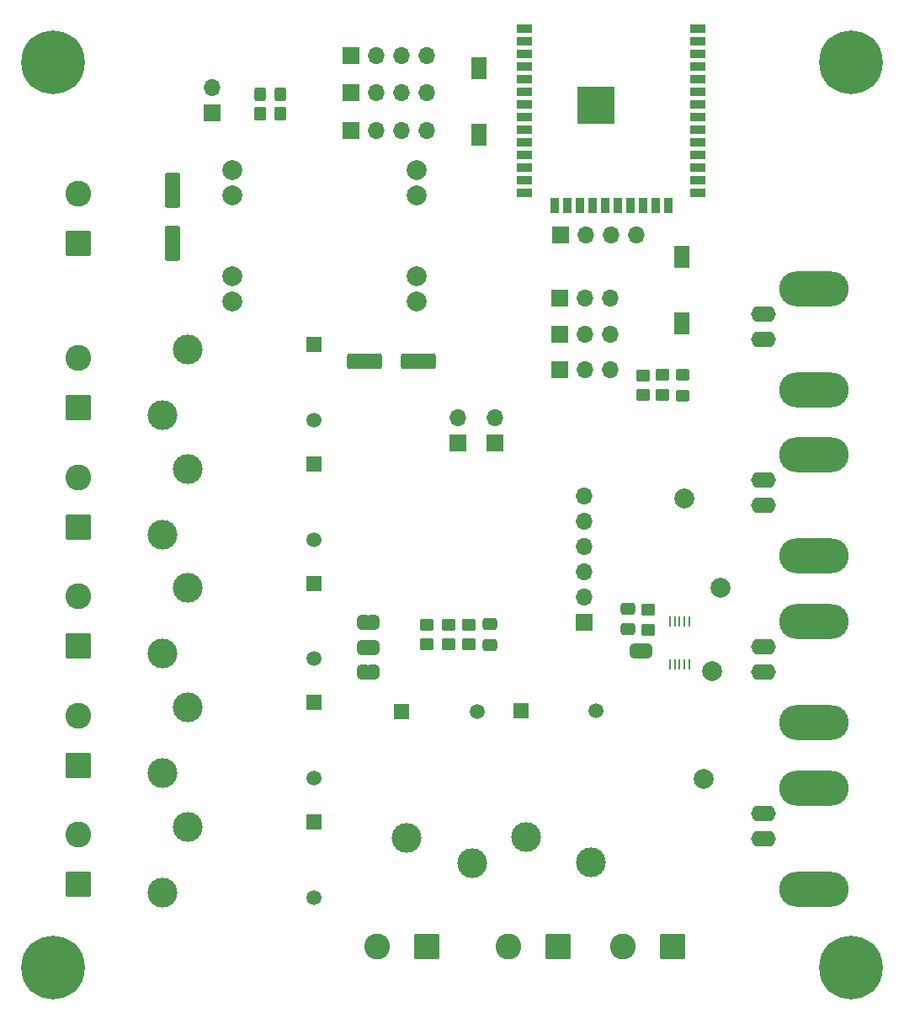
<source format=gbr>
%TF.GenerationSoftware,KiCad,Pcbnew,9.0.0*%
%TF.CreationDate,2025-03-11T10:11:04+01:00*%
%TF.ProjectId,PCB_Watersysteem,5043425f-5761-4746-9572-737973746565,rev?*%
%TF.SameCoordinates,Original*%
%TF.FileFunction,Soldermask,Top*%
%TF.FilePolarity,Negative*%
%FSLAX46Y46*%
G04 Gerber Fmt 4.6, Leading zero omitted, Abs format (unit mm)*
G04 Created by KiCad (PCBNEW 9.0.0) date 2025-03-11 10:11:04*
%MOMM*%
%LPD*%
G01*
G04 APERTURE LIST*
G04 Aperture macros list*
%AMRoundRect*
0 Rectangle with rounded corners*
0 $1 Rounding radius*
0 $2 $3 $4 $5 $6 $7 $8 $9 X,Y pos of 4 corners*
0 Add a 4 corners polygon primitive as box body*
4,1,4,$2,$3,$4,$5,$6,$7,$8,$9,$2,$3,0*
0 Add four circle primitives for the rounded corners*
1,1,$1+$1,$2,$3*
1,1,$1+$1,$4,$5*
1,1,$1+$1,$6,$7*
1,1,$1+$1,$8,$9*
0 Add four rect primitives between the rounded corners*
20,1,$1+$1,$2,$3,$4,$5,0*
20,1,$1+$1,$4,$5,$6,$7,0*
20,1,$1+$1,$6,$7,$8,$9,0*
20,1,$1+$1,$8,$9,$2,$3,0*%
%AMFreePoly0*
4,1,23,0.500000,-0.750000,0.000000,-0.750000,0.000000,-0.745722,-0.065263,-0.745722,-0.191342,-0.711940,-0.304381,-0.646677,-0.396677,-0.554381,-0.461940,-0.441342,-0.495722,-0.315263,-0.495722,-0.250000,-0.500000,-0.250000,-0.500000,0.250000,-0.495722,0.250000,-0.495722,0.315263,-0.461940,0.441342,-0.396677,0.554381,-0.304381,0.646677,-0.191342,0.711940,-0.065263,0.745722,0.000000,0.745722,
0.000000,0.750000,0.500000,0.750000,0.500000,-0.750000,0.500000,-0.750000,$1*%
%AMFreePoly1*
4,1,23,0.000000,0.745722,0.065263,0.745722,0.191342,0.711940,0.304381,0.646677,0.396677,0.554381,0.461940,0.441342,0.495722,0.315263,0.495722,0.250000,0.500000,0.250000,0.500000,-0.250000,0.495722,-0.250000,0.495722,-0.315263,0.461940,-0.441342,0.396677,-0.554381,0.304381,-0.646677,0.191342,-0.711940,0.065263,-0.745722,0.000000,-0.745722,0.000000,-0.750000,-0.500000,-0.750000,
-0.500000,0.750000,0.000000,0.750000,0.000000,0.745722,0.000000,0.745722,$1*%
G04 Aperture macros list end*
%ADD10RoundRect,0.250000X1.050000X-1.050000X1.050000X1.050000X-1.050000X1.050000X-1.050000X-1.050000X0*%
%ADD11C,2.600000*%
%ADD12R,1.700000X1.700000*%
%ADD13O,1.700000X1.700000*%
%ADD14FreePoly0,0.000000*%
%ADD15FreePoly1,0.000000*%
%ADD16R,1.500000X2.300000*%
%ADD17RoundRect,0.250000X0.350000X0.450000X-0.350000X0.450000X-0.350000X-0.450000X0.350000X-0.450000X0*%
%ADD18RoundRect,0.250000X-0.450000X0.350000X-0.450000X-0.350000X0.450000X-0.350000X0.450000X0.350000X0*%
%ADD19R,1.500000X1.500000*%
%ADD20C,3.000000*%
%ADD21C,1.500000*%
%ADD22RoundRect,0.250000X-0.475000X0.337500X-0.475000X-0.337500X0.475000X-0.337500X0.475000X0.337500X0*%
%ADD23RoundRect,0.250000X1.050000X1.050000X-1.050000X1.050000X-1.050000X-1.050000X1.050000X-1.050000X0*%
%ADD24RoundRect,0.250000X0.325000X0.450000X-0.325000X0.450000X-0.325000X-0.450000X0.325000X-0.450000X0*%
%ADD25RoundRect,0.250000X-0.450000X0.325000X-0.450000X-0.325000X0.450000X-0.325000X0.450000X0.325000X0*%
%ADD26C,3.600000*%
%ADD27C,6.400000*%
%ADD28R,0.250000X1.100000*%
%ADD29C,2.000000*%
%ADD30O,2.500000X1.600000*%
%ADD31O,7.000000X3.500000*%
%ADD32RoundRect,0.250000X-1.500000X-0.550000X1.500000X-0.550000X1.500000X0.550000X-1.500000X0.550000X0*%
%ADD33R,1.500000X0.900000*%
%ADD34R,0.900000X1.500000*%
%ADD35C,0.600000*%
%ADD36R,3.800000X3.800000*%
%ADD37RoundRect,0.250000X0.550000X-1.500000X0.550000X1.500000X-0.550000X1.500000X-0.550000X-1.500000X0*%
G04 APERTURE END LIST*
%TO.C,JP4*%
G36*
X103950000Y-112887500D02*
G01*
X104250000Y-112887500D01*
X104250000Y-114387500D01*
X103950000Y-114387500D01*
X103950000Y-112887500D01*
G37*
%TO.C,JP2*%
G36*
X76550000Y-112550000D02*
G01*
X76850000Y-112550000D01*
X76850000Y-114050000D01*
X76550000Y-114050000D01*
X76550000Y-112550000D01*
G37*
%TO.C,JP1*%
G36*
X76550000Y-110050000D02*
G01*
X76850000Y-110050000D01*
X76850000Y-111550000D01*
X76550000Y-111550000D01*
X76550000Y-110050000D01*
G37*
%TO.C,JP3*%
G36*
X76550000Y-115050000D02*
G01*
X76850000Y-115050000D01*
X76850000Y-116550000D01*
X76550000Y-116550000D01*
X76550000Y-115050000D01*
G37*
%TD*%
D10*
%TO.C,J16*%
X47498000Y-113157000D03*
D11*
X47498000Y-108157000D03*
%TD*%
D10*
%TO.C,J20*%
X47472600Y-137109200D03*
D11*
X47472600Y-132109200D03*
%TD*%
D10*
%TO.C,J12*%
X47498000Y-101189800D03*
D11*
X47498000Y-96189800D03*
%TD*%
D10*
%TO.C,J6*%
X47523400Y-89154000D03*
D11*
X47523400Y-84154000D03*
%TD*%
D10*
%TO.C,J5*%
X47523400Y-72694800D03*
D11*
X47523400Y-67694800D03*
%TD*%
D10*
%TO.C,J17*%
X47472600Y-125171200D03*
D11*
X47472600Y-120171200D03*
%TD*%
D12*
%TO.C,J11*%
X95920000Y-85400000D03*
D13*
X98460000Y-85400000D03*
X101000000Y-85400000D03*
%TD*%
D14*
%TO.C,JP4*%
X103450000Y-113637500D03*
D15*
X104750000Y-113637500D03*
%TD*%
D12*
%TO.C,J9*%
X95900000Y-81800000D03*
D13*
X98440000Y-81800000D03*
X100980000Y-81800000D03*
%TD*%
D16*
%TO.C,SW2*%
X108200000Y-74050000D03*
X108200000Y-80750000D03*
%TD*%
D17*
%TO.C,R1*%
X67800000Y-59665000D03*
X65800000Y-59665000D03*
%TD*%
D18*
%TO.C,R4*%
X104800000Y-109537500D03*
X104800000Y-111537500D03*
%TD*%
%TO.C,R6*%
X84726750Y-111000000D03*
X84726750Y-113000000D03*
%TD*%
D14*
%TO.C,JP2*%
X76050000Y-113300000D03*
D15*
X77350000Y-113300000D03*
%TD*%
D18*
%TO.C,R5*%
X82600000Y-111000000D03*
X82600000Y-113000000D03*
%TD*%
D14*
%TO.C,JP1*%
X76050000Y-110800000D03*
D15*
X77350000Y-110800000D03*
%TD*%
D19*
%TO.C,K1*%
X71180000Y-82830000D03*
D20*
X58480000Y-83330000D03*
X55940000Y-89930000D03*
D21*
X71180000Y-90430000D03*
%TD*%
D22*
%TO.C,C4*%
X88900000Y-110962500D03*
X88900000Y-113037500D03*
%TD*%
D23*
%TO.C,J22*%
X82600000Y-143400000D03*
D11*
X77600000Y-143400000D03*
%TD*%
D12*
%TO.C,J18*%
X98400000Y-110800000D03*
D13*
X98400000Y-108260000D03*
X98400000Y-105720000D03*
X98400000Y-103180000D03*
X98400000Y-100640000D03*
X98400000Y-98100000D03*
%TD*%
D23*
%TO.C,J24*%
X107300000Y-143400000D03*
D11*
X102300000Y-143400000D03*
%TD*%
D19*
%TO.C,K3*%
X71200000Y-106833333D03*
D20*
X58500000Y-107333333D03*
X55960000Y-113933333D03*
D21*
X71200000Y-114433333D03*
%TD*%
D24*
%TO.C,D1*%
X67825000Y-57665000D03*
X65775000Y-57665000D03*
%TD*%
D25*
%TO.C,D2*%
X108300000Y-85900000D03*
X108300000Y-87950000D03*
%TD*%
D26*
%TO.C,H2*%
X125250000Y-54500000D03*
D27*
X125250000Y-54500000D03*
%TD*%
D28*
%TO.C,U3*%
X107000000Y-114987500D03*
X107500000Y-114987500D03*
X108000000Y-114987500D03*
X108500000Y-114987500D03*
X109000000Y-114987500D03*
X109000000Y-110687500D03*
X108500000Y-110687500D03*
X108000000Y-110687500D03*
X107500000Y-110687500D03*
X107000000Y-110687500D03*
%TD*%
D16*
%TO.C,SW1*%
X87800000Y-55020688D03*
X87800000Y-61720688D03*
%TD*%
D12*
%TO.C,J14*%
X89400000Y-92740000D03*
D13*
X89400000Y-90200000D03*
%TD*%
D19*
%TO.C,K7*%
X71190000Y-130840000D03*
D20*
X58490000Y-131340000D03*
X55950000Y-137940000D03*
D21*
X71190000Y-138440000D03*
%TD*%
D29*
%TO.C,U1*%
X63000000Y-65332000D03*
X63000000Y-67872000D03*
X63000000Y-76000000D03*
X63000000Y-78540000D03*
X81542000Y-76000000D03*
X81542000Y-78540000D03*
X81542000Y-65332000D03*
X81542000Y-67872000D03*
%TD*%
D26*
%TO.C,H1*%
X45000000Y-54500000D03*
D27*
X45000000Y-54500000D03*
%TD*%
D29*
%TO.C,TP1*%
X108500000Y-98300000D03*
%TD*%
D26*
%TO.C,H4*%
X125250000Y-145500000D03*
D27*
X125250000Y-145500000D03*
%TD*%
D30*
%TO.C,J21*%
X116400000Y-132540000D03*
D31*
X121480000Y-127460000D03*
D30*
X116400000Y-130000000D03*
D31*
X121480000Y-137620000D03*
%TD*%
D12*
%TO.C,J1*%
X74980000Y-53750000D03*
D13*
X77520000Y-53750000D03*
X80060000Y-53750000D03*
X82600000Y-53750000D03*
%TD*%
D23*
%TO.C,J23*%
X95800000Y-143400000D03*
D11*
X90800000Y-143400000D03*
%TD*%
D32*
%TO.C,C2*%
X76300000Y-84500000D03*
X81700000Y-84500000D03*
%TD*%
D29*
%TO.C,TP3*%
X111300000Y-115700000D03*
%TD*%
D33*
%TO.C,U2*%
X92350000Y-51080000D03*
X92350000Y-52350000D03*
X92350000Y-53620000D03*
X92350000Y-54890000D03*
X92350000Y-56160000D03*
X92350000Y-57430000D03*
X92350000Y-58700000D03*
X92350000Y-59970000D03*
X92350000Y-61240000D03*
X92350000Y-62510000D03*
X92350000Y-63780000D03*
X92350000Y-65050000D03*
X92350000Y-66320000D03*
X92350000Y-67590000D03*
D34*
X95390000Y-68840000D03*
X96660000Y-68840000D03*
X97930000Y-68840000D03*
X99200000Y-68840000D03*
X100470000Y-68840000D03*
X101740000Y-68840000D03*
X103010000Y-68840000D03*
X104280000Y-68840000D03*
X105550000Y-68840000D03*
X106820000Y-68840000D03*
D33*
X109850000Y-67590000D03*
X109850000Y-66320000D03*
X109850000Y-65050000D03*
X109850000Y-63780000D03*
X109850000Y-62510000D03*
X109850000Y-61240000D03*
X109850000Y-59970000D03*
X109850000Y-58700000D03*
X109850000Y-57430000D03*
X109850000Y-56160000D03*
X109850000Y-54890000D03*
X109850000Y-53620000D03*
X109850000Y-52350000D03*
X109850000Y-51080000D03*
D35*
X98200000Y-58100000D03*
X98200000Y-59500000D03*
X98900000Y-57400000D03*
X98900000Y-58800000D03*
X98900000Y-60200000D03*
X99575000Y-58100000D03*
X99575000Y-59500000D03*
D36*
X99600000Y-58800000D03*
D35*
X100300000Y-57400000D03*
X100300000Y-58800000D03*
X100300000Y-60200000D03*
X101000000Y-58100000D03*
X101000000Y-59500000D03*
%TD*%
D12*
%TO.C,J8*%
X95895000Y-78200000D03*
D13*
X98435000Y-78200000D03*
X100975000Y-78200000D03*
%TD*%
D12*
%TO.C,J4*%
X61000000Y-59540000D03*
D13*
X61000000Y-57000000D03*
%TD*%
D18*
%TO.C,R3*%
X106300000Y-85900000D03*
X106300000Y-87900000D03*
%TD*%
D19*
%TO.C,K4*%
X71200000Y-118840000D03*
D20*
X58500000Y-119340000D03*
X55960000Y-125940000D03*
D21*
X71200000Y-126440000D03*
%TD*%
D30*
%TO.C,J10*%
X116400000Y-82290000D03*
D31*
X121480000Y-77210000D03*
D30*
X116400000Y-79750000D03*
D31*
X121480000Y-87370000D03*
%TD*%
D12*
%TO.C,J7*%
X96000000Y-71800000D03*
D13*
X98540000Y-71800000D03*
X101080000Y-71800000D03*
X103620000Y-71800000D03*
%TD*%
D29*
%TO.C,TP4*%
X110400000Y-126500000D03*
%TD*%
D22*
%TO.C,C3*%
X102800000Y-109400000D03*
X102800000Y-111475000D03*
%TD*%
D29*
%TO.C,TP2*%
X112100000Y-107300000D03*
%TD*%
D12*
%TO.C,J13*%
X85700000Y-92740000D03*
D13*
X85700000Y-90200000D03*
%TD*%
D30*
%TO.C,J15*%
X116400000Y-99040000D03*
D31*
X121480000Y-93960000D03*
D30*
X116400000Y-96500000D03*
D31*
X121480000Y-104120000D03*
%TD*%
D19*
%TO.C,K6*%
X92010000Y-119680000D03*
D20*
X92510000Y-132380000D03*
X99110000Y-134920000D03*
D21*
X99610000Y-119680000D03*
%TD*%
D18*
%TO.C,R7*%
X86800000Y-111000000D03*
X86800000Y-113000000D03*
%TD*%
D19*
%TO.C,K5*%
X80000000Y-119700000D03*
D20*
X80500000Y-132400000D03*
X87100000Y-134940000D03*
D21*
X87600000Y-119700000D03*
%TD*%
D26*
%TO.C,H3*%
X45000000Y-145500000D03*
D27*
X45000000Y-145500000D03*
%TD*%
D12*
%TO.C,J3*%
X74980000Y-61350000D03*
D13*
X77520000Y-61350000D03*
X80060000Y-61350000D03*
X82600000Y-61350000D03*
%TD*%
D14*
%TO.C,JP3*%
X76050000Y-115800000D03*
D15*
X77350000Y-115800000D03*
%TD*%
D37*
%TO.C,C1*%
X57000000Y-72700000D03*
X57000000Y-67300000D03*
%TD*%
D18*
%TO.C,R2*%
X104300000Y-85925000D03*
X104300000Y-87925000D03*
%TD*%
D19*
%TO.C,K2*%
X71180000Y-94840000D03*
D20*
X58480000Y-95340000D03*
X55940000Y-101940000D03*
D21*
X71180000Y-102440000D03*
%TD*%
D12*
%TO.C,J2*%
X74980000Y-57550000D03*
D13*
X77520000Y-57550000D03*
X80060000Y-57550000D03*
X82600000Y-57550000D03*
%TD*%
D30*
%TO.C,J19*%
X116400000Y-115790000D03*
D31*
X121480000Y-110710000D03*
D30*
X116400000Y-113250000D03*
D31*
X121480000Y-120870000D03*
%TD*%
M02*

</source>
